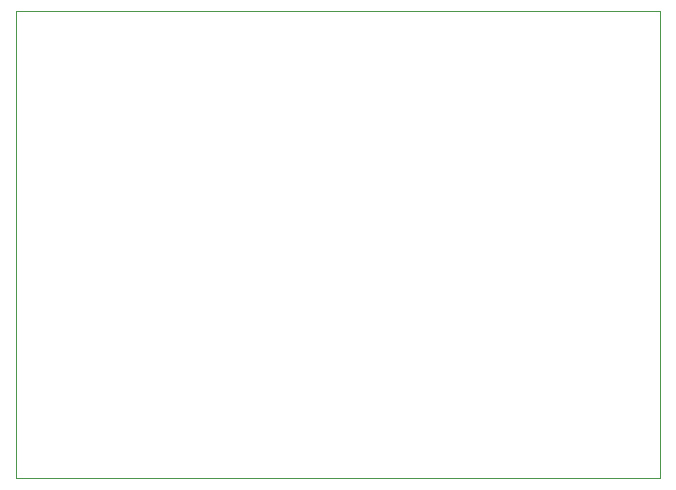
<source format=gbr>
%TF.GenerationSoftware,KiCad,Pcbnew,(5.1.7)-1*%
%TF.CreationDate,2020-10-05T16:07:04+02:00*%
%TF.ProjectId,Templogger,54656d70-6c6f-4676-9765-722e6b696361,rev?*%
%TF.SameCoordinates,Original*%
%TF.FileFunction,Profile,NP*%
%FSLAX46Y46*%
G04 Gerber Fmt 4.6, Leading zero omitted, Abs format (unit mm)*
G04 Created by KiCad (PCBNEW (5.1.7)-1) date 2020-10-05 16:07:04*
%MOMM*%
%LPD*%
G01*
G04 APERTURE LIST*
%TA.AperFunction,Profile*%
%ADD10C,0.050000*%
%TD*%
G04 APERTURE END LIST*
D10*
X97500000Y-114500000D02*
X97500000Y-75000000D01*
X152000000Y-114500000D02*
X97500000Y-114500000D01*
X152000000Y-75000000D02*
X152000000Y-114500000D01*
X97500000Y-75000000D02*
X152000000Y-75000000D01*
M02*

</source>
